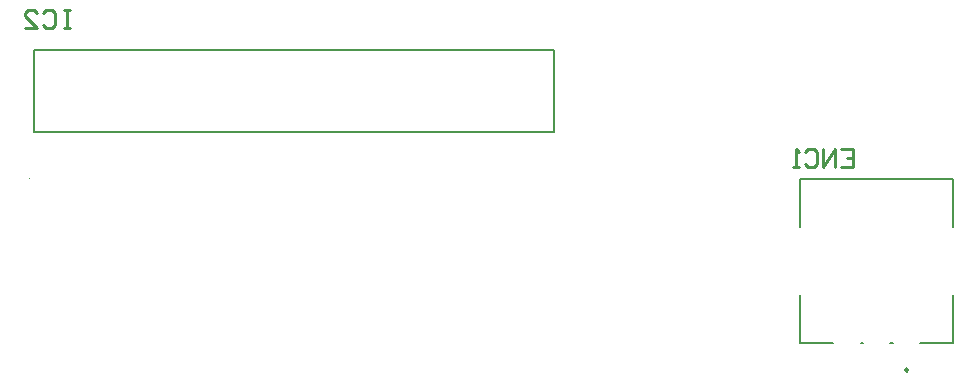
<source format=gbo>
G04*
G04 #@! TF.GenerationSoftware,Altium Limited,Altium Designer,24.2.2 (26)*
G04*
G04 Layer_Color=32896*
%FSLAX44Y44*%
%MOMM*%
G71*
G04*
G04 #@! TF.SameCoordinates,10A94CF6-3787-4B2F-9572-986175F5FC9A*
G04*
G04*
G04 #@! TF.FilePolarity,Positive*
G04*
G01*
G75*
%ADD11C,0.2000*%
%ADD14C,0.2500*%
%ADD16C,0.2540*%
%ADD79C,0.1000*%
D11*
X-903300Y679000D02*
X-463300D01*
Y749000D01*
X-903300D02*
X-463300D01*
X-903300Y679000D02*
Y749000D01*
X-125000Y598750D02*
Y639500D01*
Y500500D02*
Y541250D01*
X-255000Y500500D02*
X-226500D01*
X-203500D02*
X-201500D01*
X-178500D02*
X-176500D01*
X-153500D02*
X-125000D01*
X-255000Y598750D02*
Y639500D01*
Y500500D02*
Y541250D01*
Y639500D02*
X-125000D01*
D14*
X-163250Y477750D02*
G03*
X-163250Y477750I-1250J0D01*
G01*
D16*
X-873080Y782309D02*
X-878158D01*
X-875619D01*
Y767074D01*
X-873080D01*
X-878158D01*
X-895933Y779770D02*
X-893393Y782309D01*
X-888315D01*
X-885776Y779770D01*
Y769613D01*
X-888315Y767074D01*
X-893393D01*
X-895933Y769613D01*
X-911168Y767074D02*
X-901011D01*
X-911168Y777231D01*
Y779770D01*
X-908628Y782309D01*
X-903550D01*
X-901011Y779770D01*
X-220043Y664453D02*
X-209886D01*
Y649218D01*
X-220043D01*
X-209886Y656835D02*
X-214964D01*
X-225121Y649218D02*
Y664453D01*
X-235278Y649218D01*
Y664453D01*
X-250513Y661914D02*
X-247974Y664453D01*
X-242895D01*
X-240356Y661914D01*
Y651757D01*
X-242895Y649218D01*
X-247974D01*
X-250513Y651757D01*
X-255591Y649218D02*
X-260670D01*
X-258130D01*
Y664453D01*
X-255591Y661914D01*
D79*
X-907700Y640000D02*
G03*
X-906700Y640000I500J0D01*
G01*
D02*
G03*
X-907700Y640000I-500J0D01*
G01*
M02*

</source>
